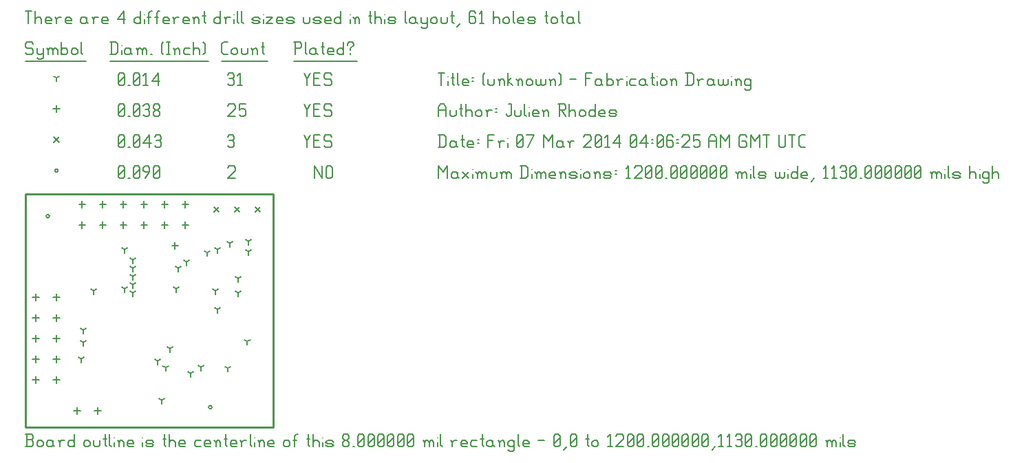
<source format=gbr>
G04 start of page 13 for group -3984 idx -3984 *
G04 Title: (unknown), fab *
G04 Creator: pcb 20110918 *
G04 CreationDate: Fri 07 Mar 2014 04:06:25 AM GMT UTC *
G04 For: julien *
G04 Format: Gerber/RS-274X *
G04 PCB-Dimensions: 120000 113000 *
G04 PCB-Coordinate-Origin: lower left *
%MOIN*%
%FSLAX25Y25*%
%LNFAB*%
%ADD137C,0.0100*%
%ADD136C,0.0075*%
%ADD135C,0.0060*%
%ADD134R,0.0080X0.0080*%
G54D134*X10027Y102173D02*G75*G03X11627Y102173I800J0D01*G01*
G75*G03X10027Y102173I-800J0D01*G01*
X88767Y9654D02*G75*G03X90367Y9654I800J0D01*G01*
G75*G03X88767Y9654I-800J0D01*G01*
X14200Y124250D02*G75*G03X15800Y124250I800J0D01*G01*
G75*G03X14200Y124250I-800J0D01*G01*
G54D135*X140000Y126500D02*Y120500D01*
Y126500D02*X143750Y120500D01*
Y126500D02*Y120500D01*
X145550Y125750D02*Y121250D01*
Y125750D02*X146300Y126500D01*
X147800D01*
X148550Y125750D01*
Y121250D01*
X147800Y120500D02*X148550Y121250D01*
X146300Y120500D02*X147800D01*
X145550Y121250D02*X146300Y120500D01*
X98000Y125750D02*X98750Y126500D01*
X101000D01*
X101750Y125750D01*
Y124250D01*
X98000Y120500D02*X101750Y124250D01*
X98000Y120500D02*X101750D01*
X45000Y121250D02*X45750Y120500D01*
X45000Y125750D02*Y121250D01*
Y125750D02*X45750Y126500D01*
X47250D01*
X48000Y125750D01*
Y121250D01*
X47250Y120500D02*X48000Y121250D01*
X45750Y120500D02*X47250D01*
X45000Y122000D02*X48000Y125000D01*
X49800Y120500D02*X50550D01*
X52350Y121250D02*X53100Y120500D01*
X52350Y125750D02*Y121250D01*
Y125750D02*X53100Y126500D01*
X54600D01*
X55350Y125750D01*
Y121250D01*
X54600Y120500D02*X55350Y121250D01*
X53100Y120500D02*X54600D01*
X52350Y122000D02*X55350Y125000D01*
X57900Y120500D02*X60150Y123500D01*
Y125750D02*Y123500D01*
X59400Y126500D02*X60150Y125750D01*
X57900Y126500D02*X59400D01*
X57150Y125750D02*X57900Y126500D01*
X57150Y125750D02*Y124250D01*
X57900Y123500D01*
X60150D01*
X61950Y121250D02*X62700Y120500D01*
X61950Y125750D02*Y121250D01*
Y125750D02*X62700Y126500D01*
X64200D01*
X64950Y125750D01*
Y121250D01*
X64200Y120500D02*X64950Y121250D01*
X62700Y120500D02*X64200D01*
X61950Y122000D02*X64950Y125000D01*
X91300Y106700D02*X93700Y104300D01*
X91300D02*X93700Y106700D01*
X101300D02*X103700Y104300D01*
X101300D02*X103700Y106700D01*
X111300D02*X113700Y104300D01*
X111300D02*X113700Y106700D01*
X13800Y140450D02*X16200Y138050D01*
X13800D02*X16200Y140450D01*
X135000Y141500D02*X136500Y138500D01*
X138000Y141500D01*
X136500Y138500D02*Y135500D01*
X139800Y138800D02*X142050D01*
X139800Y135500D02*X142800D01*
X139800Y141500D02*Y135500D01*
Y141500D02*X142800D01*
X147600D02*X148350Y140750D01*
X145350Y141500D02*X147600D01*
X144600Y140750D02*X145350Y141500D01*
X144600Y140750D02*Y139250D01*
X145350Y138500D01*
X147600D01*
X148350Y137750D01*
Y136250D01*
X147600Y135500D02*X148350Y136250D01*
X145350Y135500D02*X147600D01*
X144600Y136250D02*X145350Y135500D01*
X98000Y140750D02*X98750Y141500D01*
X100250D01*
X101000Y140750D01*
X100250Y135500D02*X101000Y136250D01*
X98750Y135500D02*X100250D01*
X98000Y136250D02*X98750Y135500D01*
Y138800D02*X100250D01*
X101000Y140750D02*Y139550D01*
Y138050D02*Y136250D01*
Y138050D02*X100250Y138800D01*
X101000Y139550D02*X100250Y138800D01*
X45000Y136250D02*X45750Y135500D01*
X45000Y140750D02*Y136250D01*
Y140750D02*X45750Y141500D01*
X47250D01*
X48000Y140750D01*
Y136250D01*
X47250Y135500D02*X48000Y136250D01*
X45750Y135500D02*X47250D01*
X45000Y137000D02*X48000Y140000D01*
X49800Y135500D02*X50550D01*
X52350Y136250D02*X53100Y135500D01*
X52350Y140750D02*Y136250D01*
Y140750D02*X53100Y141500D01*
X54600D01*
X55350Y140750D01*
Y136250D01*
X54600Y135500D02*X55350Y136250D01*
X53100Y135500D02*X54600D01*
X52350Y137000D02*X55350Y140000D01*
X57150Y137750D02*X60150Y141500D01*
X57150Y137750D02*X60900D01*
X60150Y141500D02*Y135500D01*
X62700Y140750D02*X63450Y141500D01*
X64950D01*
X65700Y140750D01*
X64950Y135500D02*X65700Y136250D01*
X63450Y135500D02*X64950D01*
X62700Y136250D02*X63450Y135500D01*
Y138800D02*X64950D01*
X65700Y140750D02*Y139550D01*
Y138050D02*Y136250D01*
Y138050D02*X64950Y138800D01*
X65700Y139550D02*X64950Y138800D01*
X5000Y64600D02*Y61400D01*
X3400Y63000D02*X6600D01*
X15000Y64600D02*Y61400D01*
X13400Y63000D02*X16600D01*
X5000Y54600D02*Y51400D01*
X3400Y53000D02*X6600D01*
X15000Y54600D02*Y51400D01*
X13400Y53000D02*X16600D01*
X5000Y44600D02*Y41400D01*
X3400Y43000D02*X6600D01*
X15000Y44600D02*Y41400D01*
X13400Y43000D02*X16600D01*
X5000Y34600D02*Y31400D01*
X3400Y33000D02*X6600D01*
X15000Y34600D02*Y31400D01*
X13400Y33000D02*X16600D01*
X5000Y24600D02*Y21400D01*
X3400Y23000D02*X6600D01*
X15000Y24600D02*Y21400D01*
X13400Y23000D02*X16600D01*
X27500Y99600D02*Y96400D01*
X25900Y98000D02*X29100D01*
X27500Y109600D02*Y106400D01*
X25900Y108000D02*X29100D01*
X37500Y99600D02*Y96400D01*
X35900Y98000D02*X39100D01*
X37500Y109600D02*Y106400D01*
X35900Y108000D02*X39100D01*
X47500Y99600D02*Y96400D01*
X45900Y98000D02*X49100D01*
X47500Y109600D02*Y106400D01*
X45900Y108000D02*X49100D01*
X57500Y99600D02*Y96400D01*
X55900Y98000D02*X59100D01*
X57500Y109600D02*Y106400D01*
X55900Y108000D02*X59100D01*
X67500Y99600D02*Y96400D01*
X65900Y98000D02*X69100D01*
X67500Y109600D02*Y106400D01*
X65900Y108000D02*X69100D01*
X77500Y99600D02*Y96400D01*
X75900Y98000D02*X79100D01*
X77500Y109600D02*Y106400D01*
X75900Y108000D02*X79100D01*
X72500Y89600D02*Y86400D01*
X70900Y88000D02*X74100D01*
X35000Y9600D02*Y6400D01*
X33400Y8000D02*X36600D01*
X25000Y9600D02*Y6400D01*
X23400Y8000D02*X26600D01*
X15000Y155850D02*Y152650D01*
X13400Y154250D02*X16600D01*
X135000Y156500D02*X136500Y153500D01*
X138000Y156500D01*
X136500Y153500D02*Y150500D01*
X139800Y153800D02*X142050D01*
X139800Y150500D02*X142800D01*
X139800Y156500D02*Y150500D01*
Y156500D02*X142800D01*
X147600D02*X148350Y155750D01*
X145350Y156500D02*X147600D01*
X144600Y155750D02*X145350Y156500D01*
X144600Y155750D02*Y154250D01*
X145350Y153500D01*
X147600D01*
X148350Y152750D01*
Y151250D01*
X147600Y150500D02*X148350Y151250D01*
X145350Y150500D02*X147600D01*
X144600Y151250D02*X145350Y150500D01*
X98000Y155750D02*X98750Y156500D01*
X101000D01*
X101750Y155750D01*
Y154250D01*
X98000Y150500D02*X101750Y154250D01*
X98000Y150500D02*X101750D01*
X103550Y156500D02*X106550D01*
X103550D02*Y153500D01*
X104300Y154250D01*
X105800D01*
X106550Y153500D01*
Y151250D01*
X105800Y150500D02*X106550Y151250D01*
X104300Y150500D02*X105800D01*
X103550Y151250D02*X104300Y150500D01*
X45000Y151250D02*X45750Y150500D01*
X45000Y155750D02*Y151250D01*
Y155750D02*X45750Y156500D01*
X47250D01*
X48000Y155750D01*
Y151250D01*
X47250Y150500D02*X48000Y151250D01*
X45750Y150500D02*X47250D01*
X45000Y152000D02*X48000Y155000D01*
X49800Y150500D02*X50550D01*
X52350Y151250D02*X53100Y150500D01*
X52350Y155750D02*Y151250D01*
Y155750D02*X53100Y156500D01*
X54600D01*
X55350Y155750D01*
Y151250D01*
X54600Y150500D02*X55350Y151250D01*
X53100Y150500D02*X54600D01*
X52350Y152000D02*X55350Y155000D01*
X57150Y155750D02*X57900Y156500D01*
X59400D01*
X60150Y155750D01*
X59400Y150500D02*X60150Y151250D01*
X57900Y150500D02*X59400D01*
X57150Y151250D02*X57900Y150500D01*
Y153800D02*X59400D01*
X60150Y155750D02*Y154550D01*
Y153050D02*Y151250D01*
Y153050D02*X59400Y153800D01*
X60150Y154550D02*X59400Y153800D01*
X61950Y151250D02*X62700Y150500D01*
X61950Y152450D02*Y151250D01*
Y152450D02*X63000Y153500D01*
X63900D01*
X64950Y152450D01*
Y151250D01*
X64200Y150500D02*X64950Y151250D01*
X62700Y150500D02*X64200D01*
X61950Y154550D02*X63000Y153500D01*
X61950Y155750D02*Y154550D01*
Y155750D02*X62700Y156500D01*
X64200D01*
X64950Y155750D01*
Y154550D01*
X63900Y153500D02*X64950Y154550D01*
X52000Y81000D02*Y79400D01*
Y81000D02*X53387Y81800D01*
X52000Y81000D02*X50613Y81800D01*
X52000Y65000D02*Y63400D01*
Y65000D02*X53387Y65800D01*
X52000Y65000D02*X50613Y65800D01*
X93000Y86000D02*Y84400D01*
Y86000D02*X94387Y86800D01*
X93000Y86000D02*X91613Y86800D01*
X88000Y84584D02*Y82984D01*
Y84584D02*X89387Y85384D01*
X88000Y84584D02*X86613Y85384D01*
X99000Y89000D02*Y87400D01*
Y89000D02*X100387Y89800D01*
X99000Y89000D02*X97613Y89800D01*
X108000Y90000D02*Y88400D01*
Y90000D02*X109387Y90800D01*
X108000Y90000D02*X106613Y90800D01*
X108000Y85000D02*Y83400D01*
Y85000D02*X109387Y85800D01*
X108000Y85000D02*X106613Y85800D01*
X103000Y72000D02*Y70400D01*
Y72000D02*X104387Y72800D01*
X103000Y72000D02*X101613Y72800D01*
X103000Y65000D02*Y63400D01*
Y65000D02*X104387Y65800D01*
X103000Y65000D02*X101613Y65800D01*
X92000Y66000D02*Y64400D01*
Y66000D02*X93387Y66800D01*
X92000Y66000D02*X90613Y66800D01*
X64000Y32000D02*Y30400D01*
Y32000D02*X65387Y32800D01*
X64000Y32000D02*X62613Y32800D01*
X67874Y28874D02*Y27274D01*
Y28874D02*X69261Y29674D01*
X67874Y28874D02*X66487Y29674D01*
X80000Y26000D02*Y24400D01*
Y26000D02*X81387Y26800D01*
X80000Y26000D02*X78613Y26800D01*
X85000Y29000D02*Y27400D01*
Y29000D02*X86387Y29800D01*
X85000Y29000D02*X83613Y29800D01*
X66000Y13000D02*Y11400D01*
Y13000D02*X67387Y13800D01*
X66000Y13000D02*X64613Y13800D01*
X28000Y47000D02*Y45400D01*
Y47000D02*X29387Y47800D01*
X28000Y47000D02*X26613Y47800D01*
X28000Y41000D02*Y39400D01*
Y41000D02*X29387Y41800D01*
X28000Y41000D02*X26613Y41800D01*
X27000Y33000D02*Y31400D01*
Y33000D02*X28387Y33800D01*
X27000Y33000D02*X25613Y33800D01*
X33000Y66000D02*Y64400D01*
Y66000D02*X34387Y66800D01*
X33000Y66000D02*X31613Y66800D01*
X70000Y38000D02*Y36400D01*
Y38000D02*X71387Y38800D01*
X70000Y38000D02*X68613Y38800D01*
X48000Y86000D02*Y84400D01*
Y86000D02*X49387Y86800D01*
X48000Y86000D02*X46613Y86800D01*
X48000Y67000D02*Y65400D01*
Y67000D02*X49387Y67800D01*
X48000Y67000D02*X46613Y67800D01*
X52000Y69000D02*Y67400D01*
Y69000D02*X53387Y69800D01*
X52000Y69000D02*X50613Y69800D01*
X52000Y73000D02*Y71400D01*
Y73000D02*X53387Y73800D01*
X52000Y73000D02*X50613Y73800D01*
X52000Y77000D02*Y75400D01*
Y77000D02*X53387Y77800D01*
X52000Y77000D02*X50613Y77800D01*
X98000Y28500D02*Y26900D01*
Y28500D02*X99387Y29300D01*
X98000Y28500D02*X96613Y29300D01*
X107500Y41500D02*Y39900D01*
Y41500D02*X108887Y42300D01*
X107500Y41500D02*X106113Y42300D01*
X93000Y57000D02*Y55400D01*
Y57000D02*X94387Y57800D01*
X93000Y57000D02*X91613Y57800D01*
X74000Y77000D02*Y75400D01*
Y77000D02*X75387Y77800D01*
X74000Y77000D02*X72613Y77800D01*
X78000Y80000D02*Y78400D01*
Y80000D02*X79387Y80800D01*
X78000Y80000D02*X76613Y80800D01*
X73000Y67000D02*Y65400D01*
Y67000D02*X74387Y67800D01*
X73000Y67000D02*X71613Y67800D01*
X15000Y169250D02*Y167650D01*
Y169250D02*X16387Y170050D01*
X15000Y169250D02*X13613Y170050D01*
X135000Y171500D02*X136500Y168500D01*
X138000Y171500D01*
X136500Y168500D02*Y165500D01*
X139800Y168800D02*X142050D01*
X139800Y165500D02*X142800D01*
X139800Y171500D02*Y165500D01*
Y171500D02*X142800D01*
X147600D02*X148350Y170750D01*
X145350Y171500D02*X147600D01*
X144600Y170750D02*X145350Y171500D01*
X144600Y170750D02*Y169250D01*
X145350Y168500D01*
X147600D01*
X148350Y167750D01*
Y166250D01*
X147600Y165500D02*X148350Y166250D01*
X145350Y165500D02*X147600D01*
X144600Y166250D02*X145350Y165500D01*
X98000Y170750D02*X98750Y171500D01*
X100250D01*
X101000Y170750D01*
X100250Y165500D02*X101000Y166250D01*
X98750Y165500D02*X100250D01*
X98000Y166250D02*X98750Y165500D01*
Y168800D02*X100250D01*
X101000Y170750D02*Y169550D01*
Y168050D02*Y166250D01*
Y168050D02*X100250Y168800D01*
X101000Y169550D02*X100250Y168800D01*
X102800Y170300D02*X104000Y171500D01*
Y165500D01*
X102800D02*X105050D01*
X45000Y166250D02*X45750Y165500D01*
X45000Y170750D02*Y166250D01*
Y170750D02*X45750Y171500D01*
X47250D01*
X48000Y170750D01*
Y166250D01*
X47250Y165500D02*X48000Y166250D01*
X45750Y165500D02*X47250D01*
X45000Y167000D02*X48000Y170000D01*
X49800Y165500D02*X50550D01*
X52350Y166250D02*X53100Y165500D01*
X52350Y170750D02*Y166250D01*
Y170750D02*X53100Y171500D01*
X54600D01*
X55350Y170750D01*
Y166250D01*
X54600Y165500D02*X55350Y166250D01*
X53100Y165500D02*X54600D01*
X52350Y167000D02*X55350Y170000D01*
X57150Y170300D02*X58350Y171500D01*
Y165500D01*
X57150D02*X59400D01*
X61200Y167750D02*X64200Y171500D01*
X61200Y167750D02*X64950D01*
X64200Y171500D02*Y165500D01*
X3000Y186500D02*X3750Y185750D01*
X750Y186500D02*X3000D01*
X0Y185750D02*X750Y186500D01*
X0Y185750D02*Y184250D01*
X750Y183500D01*
X3000D01*
X3750Y182750D01*
Y181250D01*
X3000Y180500D02*X3750Y181250D01*
X750Y180500D02*X3000D01*
X0Y181250D02*X750Y180500D01*
X5550Y183500D02*Y181250D01*
X6300Y180500D01*
X8550Y183500D02*Y179000D01*
X7800Y178250D02*X8550Y179000D01*
X6300Y178250D02*X7800D01*
X5550Y179000D02*X6300Y178250D01*
Y180500D02*X7800D01*
X8550Y181250D01*
X11100Y182750D02*Y180500D01*
Y182750D02*X11850Y183500D01*
X12600D01*
X13350Y182750D01*
Y180500D01*
Y182750D02*X14100Y183500D01*
X14850D01*
X15600Y182750D01*
Y180500D01*
X10350Y183500D02*X11100Y182750D01*
X17400Y186500D02*Y180500D01*
Y181250D02*X18150Y180500D01*
X19650D01*
X20400Y181250D01*
Y182750D02*Y181250D01*
X19650Y183500D02*X20400Y182750D01*
X18150Y183500D02*X19650D01*
X17400Y182750D02*X18150Y183500D01*
X22200Y182750D02*Y181250D01*
Y182750D02*X22950Y183500D01*
X24450D01*
X25200Y182750D01*
Y181250D01*
X24450Y180500D02*X25200Y181250D01*
X22950Y180500D02*X24450D01*
X22200Y181250D02*X22950Y180500D01*
X27000Y186500D02*Y181250D01*
X27750Y180500D01*
X0Y177250D02*X29250D01*
X41750Y186500D02*Y180500D01*
X43700Y186500D02*X44750Y185450D01*
Y181550D01*
X43700Y180500D02*X44750Y181550D01*
X41000Y180500D02*X43700D01*
X41000Y186500D02*X43700D01*
G54D136*X46550Y185000D02*Y184850D01*
G54D135*Y182750D02*Y180500D01*
X50300Y183500D02*X51050Y182750D01*
X48800Y183500D02*X50300D01*
X48050Y182750D02*X48800Y183500D01*
X48050Y182750D02*Y181250D01*
X48800Y180500D01*
X51050Y183500D02*Y181250D01*
X51800Y180500D01*
X48800D02*X50300D01*
X51050Y181250D01*
X54350Y182750D02*Y180500D01*
Y182750D02*X55100Y183500D01*
X55850D01*
X56600Y182750D01*
Y180500D01*
Y182750D02*X57350Y183500D01*
X58100D01*
X58850Y182750D01*
Y180500D01*
X53600Y183500D02*X54350Y182750D01*
X60650Y180500D02*X61400D01*
X65900Y181250D02*X66650Y180500D01*
X65900Y185750D02*X66650Y186500D01*
X65900Y185750D02*Y181250D01*
X68450Y186500D02*X69950D01*
X69200D02*Y180500D01*
X68450D02*X69950D01*
X72500Y182750D02*Y180500D01*
Y182750D02*X73250Y183500D01*
X74000D01*
X74750Y182750D01*
Y180500D01*
X71750Y183500D02*X72500Y182750D01*
X77300Y183500D02*X79550D01*
X76550Y182750D02*X77300Y183500D01*
X76550Y182750D02*Y181250D01*
X77300Y180500D01*
X79550D01*
X81350Y186500D02*Y180500D01*
Y182750D02*X82100Y183500D01*
X83600D01*
X84350Y182750D01*
Y180500D01*
X86150Y186500D02*X86900Y185750D01*
Y181250D01*
X86150Y180500D02*X86900Y181250D01*
X41000Y177250D02*X88700D01*
X96050Y180500D02*X98000D01*
X95000Y181550D02*X96050Y180500D01*
X95000Y185450D02*Y181550D01*
Y185450D02*X96050Y186500D01*
X98000D01*
X99800Y182750D02*Y181250D01*
Y182750D02*X100550Y183500D01*
X102050D01*
X102800Y182750D01*
Y181250D01*
X102050Y180500D02*X102800Y181250D01*
X100550Y180500D02*X102050D01*
X99800Y181250D02*X100550Y180500D01*
X104600Y183500D02*Y181250D01*
X105350Y180500D01*
X106850D01*
X107600Y181250D01*
Y183500D02*Y181250D01*
X110150Y182750D02*Y180500D01*
Y182750D02*X110900Y183500D01*
X111650D01*
X112400Y182750D01*
Y180500D01*
X109400Y183500D02*X110150Y182750D01*
X114950Y186500D02*Y181250D01*
X115700Y180500D01*
X114200Y184250D02*X115700D01*
X95000Y177250D02*X117200D01*
X130750Y186500D02*Y180500D01*
X130000Y186500D02*X133000D01*
X133750Y185750D01*
Y184250D01*
X133000Y183500D02*X133750Y184250D01*
X130750Y183500D02*X133000D01*
X135550Y186500D02*Y181250D01*
X136300Y180500D01*
X140050Y183500D02*X140800Y182750D01*
X138550Y183500D02*X140050D01*
X137800Y182750D02*X138550Y183500D01*
X137800Y182750D02*Y181250D01*
X138550Y180500D01*
X140800Y183500D02*Y181250D01*
X141550Y180500D01*
X138550D02*X140050D01*
X140800Y181250D01*
X144100Y186500D02*Y181250D01*
X144850Y180500D01*
X143350Y184250D02*X144850D01*
X147100Y180500D02*X149350D01*
X146350Y181250D02*X147100Y180500D01*
X146350Y182750D02*Y181250D01*
Y182750D02*X147100Y183500D01*
X148600D01*
X149350Y182750D01*
X146350Y182000D02*X149350D01*
Y182750D02*Y182000D01*
X154150Y186500D02*Y180500D01*
X153400D02*X154150Y181250D01*
X151900Y180500D02*X153400D01*
X151150Y181250D02*X151900Y180500D01*
X151150Y182750D02*Y181250D01*
Y182750D02*X151900Y183500D01*
X153400D01*
X154150Y182750D01*
X157450Y183500D02*Y182750D01*
Y181250D02*Y180500D01*
X155950Y185750D02*Y185000D01*
Y185750D02*X156700Y186500D01*
X158200D01*
X158950Y185750D01*
Y185000D01*
X157450Y183500D02*X158950Y185000D01*
X130000Y177250D02*X160750D01*
X0Y201500D02*X3000D01*
X1500D02*Y195500D01*
X4800Y201500D02*Y195500D01*
Y197750D02*X5550Y198500D01*
X7050D01*
X7800Y197750D01*
Y195500D01*
X10350D02*X12600D01*
X9600Y196250D02*X10350Y195500D01*
X9600Y197750D02*Y196250D01*
Y197750D02*X10350Y198500D01*
X11850D01*
X12600Y197750D01*
X9600Y197000D02*X12600D01*
Y197750D02*Y197000D01*
X15150Y197750D02*Y195500D01*
Y197750D02*X15900Y198500D01*
X17400D01*
X14400D02*X15150Y197750D01*
X19950Y195500D02*X22200D01*
X19200Y196250D02*X19950Y195500D01*
X19200Y197750D02*Y196250D01*
Y197750D02*X19950Y198500D01*
X21450D01*
X22200Y197750D01*
X19200Y197000D02*X22200D01*
Y197750D02*Y197000D01*
X28950Y198500D02*X29700Y197750D01*
X27450Y198500D02*X28950D01*
X26700Y197750D02*X27450Y198500D01*
X26700Y197750D02*Y196250D01*
X27450Y195500D01*
X29700Y198500D02*Y196250D01*
X30450Y195500D01*
X27450D02*X28950D01*
X29700Y196250D01*
X33000Y197750D02*Y195500D01*
Y197750D02*X33750Y198500D01*
X35250D01*
X32250D02*X33000Y197750D01*
X37800Y195500D02*X40050D01*
X37050Y196250D02*X37800Y195500D01*
X37050Y197750D02*Y196250D01*
Y197750D02*X37800Y198500D01*
X39300D01*
X40050Y197750D01*
X37050Y197000D02*X40050D01*
Y197750D02*Y197000D01*
X44550Y197750D02*X47550Y201500D01*
X44550Y197750D02*X48300D01*
X47550Y201500D02*Y195500D01*
X55800Y201500D02*Y195500D01*
X55050D02*X55800Y196250D01*
X53550Y195500D02*X55050D01*
X52800Y196250D02*X53550Y195500D01*
X52800Y197750D02*Y196250D01*
Y197750D02*X53550Y198500D01*
X55050D01*
X55800Y197750D01*
G54D136*X57600Y200000D02*Y199850D01*
G54D135*Y197750D02*Y195500D01*
X59850Y200750D02*Y195500D01*
Y200750D02*X60600Y201500D01*
X61350D01*
X59100Y198500D02*X60600D01*
X63600Y200750D02*Y195500D01*
Y200750D02*X64350Y201500D01*
X65100D01*
X62850Y198500D02*X64350D01*
X67350Y195500D02*X69600D01*
X66600Y196250D02*X67350Y195500D01*
X66600Y197750D02*Y196250D01*
Y197750D02*X67350Y198500D01*
X68850D01*
X69600Y197750D01*
X66600Y197000D02*X69600D01*
Y197750D02*Y197000D01*
X72150Y197750D02*Y195500D01*
Y197750D02*X72900Y198500D01*
X74400D01*
X71400D02*X72150Y197750D01*
X76950Y195500D02*X79200D01*
X76200Y196250D02*X76950Y195500D01*
X76200Y197750D02*Y196250D01*
Y197750D02*X76950Y198500D01*
X78450D01*
X79200Y197750D01*
X76200Y197000D02*X79200D01*
Y197750D02*Y197000D01*
X81750Y197750D02*Y195500D01*
Y197750D02*X82500Y198500D01*
X83250D01*
X84000Y197750D01*
Y195500D01*
X81000Y198500D02*X81750Y197750D01*
X86550Y201500D02*Y196250D01*
X87300Y195500D01*
X85800Y199250D02*X87300D01*
X94500Y201500D02*Y195500D01*
X93750D02*X94500Y196250D01*
X92250Y195500D02*X93750D01*
X91500Y196250D02*X92250Y195500D01*
X91500Y197750D02*Y196250D01*
Y197750D02*X92250Y198500D01*
X93750D01*
X94500Y197750D01*
X97050D02*Y195500D01*
Y197750D02*X97800Y198500D01*
X99300D01*
X96300D02*X97050Y197750D01*
G54D136*X101100Y200000D02*Y199850D01*
G54D135*Y197750D02*Y195500D01*
X102600Y201500D02*Y196250D01*
X103350Y195500D01*
X104850Y201500D02*Y196250D01*
X105600Y195500D01*
X110550D02*X112800D01*
X113550Y196250D01*
X112800Y197000D02*X113550Y196250D01*
X110550Y197000D02*X112800D01*
X109800Y197750D02*X110550Y197000D01*
X109800Y197750D02*X110550Y198500D01*
X112800D01*
X113550Y197750D01*
X109800Y196250D02*X110550Y195500D01*
G54D136*X115350Y200000D02*Y199850D01*
G54D135*Y197750D02*Y195500D01*
X116850Y198500D02*X119850D01*
X116850Y195500D02*X119850Y198500D01*
X116850Y195500D02*X119850D01*
X122400D02*X124650D01*
X121650Y196250D02*X122400Y195500D01*
X121650Y197750D02*Y196250D01*
Y197750D02*X122400Y198500D01*
X123900D01*
X124650Y197750D01*
X121650Y197000D02*X124650D01*
Y197750D02*Y197000D01*
X127200Y195500D02*X129450D01*
X130200Y196250D01*
X129450Y197000D02*X130200Y196250D01*
X127200Y197000D02*X129450D01*
X126450Y197750D02*X127200Y197000D01*
X126450Y197750D02*X127200Y198500D01*
X129450D01*
X130200Y197750D01*
X126450Y196250D02*X127200Y195500D01*
X134700Y198500D02*Y196250D01*
X135450Y195500D01*
X136950D01*
X137700Y196250D01*
Y198500D02*Y196250D01*
X140250Y195500D02*X142500D01*
X143250Y196250D01*
X142500Y197000D02*X143250Y196250D01*
X140250Y197000D02*X142500D01*
X139500Y197750D02*X140250Y197000D01*
X139500Y197750D02*X140250Y198500D01*
X142500D01*
X143250Y197750D01*
X139500Y196250D02*X140250Y195500D01*
X145800D02*X148050D01*
X145050Y196250D02*X145800Y195500D01*
X145050Y197750D02*Y196250D01*
Y197750D02*X145800Y198500D01*
X147300D01*
X148050Y197750D01*
X145050Y197000D02*X148050D01*
Y197750D02*Y197000D01*
X152850Y201500D02*Y195500D01*
X152100D02*X152850Y196250D01*
X150600Y195500D02*X152100D01*
X149850Y196250D02*X150600Y195500D01*
X149850Y197750D02*Y196250D01*
Y197750D02*X150600Y198500D01*
X152100D01*
X152850Y197750D01*
G54D136*X157350Y200000D02*Y199850D01*
G54D135*Y197750D02*Y195500D01*
X159600Y197750D02*Y195500D01*
Y197750D02*X160350Y198500D01*
X161100D01*
X161850Y197750D01*
Y195500D01*
X158850Y198500D02*X159600Y197750D01*
X167100Y201500D02*Y196250D01*
X167850Y195500D01*
X166350Y199250D02*X167850D01*
X169350Y201500D02*Y195500D01*
Y197750D02*X170100Y198500D01*
X171600D01*
X172350Y197750D01*
Y195500D01*
G54D136*X174150Y200000D02*Y199850D01*
G54D135*Y197750D02*Y195500D01*
X176400D02*X178650D01*
X179400Y196250D01*
X178650Y197000D02*X179400Y196250D01*
X176400Y197000D02*X178650D01*
X175650Y197750D02*X176400Y197000D01*
X175650Y197750D02*X176400Y198500D01*
X178650D01*
X179400Y197750D01*
X175650Y196250D02*X176400Y195500D01*
X183900Y201500D02*Y196250D01*
X184650Y195500D01*
X188400Y198500D02*X189150Y197750D01*
X186900Y198500D02*X188400D01*
X186150Y197750D02*X186900Y198500D01*
X186150Y197750D02*Y196250D01*
X186900Y195500D01*
X189150Y198500D02*Y196250D01*
X189900Y195500D01*
X186900D02*X188400D01*
X189150Y196250D01*
X191700Y198500D02*Y196250D01*
X192450Y195500D01*
X194700Y198500D02*Y194000D01*
X193950Y193250D02*X194700Y194000D01*
X192450Y193250D02*X193950D01*
X191700Y194000D02*X192450Y193250D01*
Y195500D02*X193950D01*
X194700Y196250D01*
X196500Y197750D02*Y196250D01*
Y197750D02*X197250Y198500D01*
X198750D01*
X199500Y197750D01*
Y196250D01*
X198750Y195500D02*X199500Y196250D01*
X197250Y195500D02*X198750D01*
X196500Y196250D02*X197250Y195500D01*
X201300Y198500D02*Y196250D01*
X202050Y195500D01*
X203550D01*
X204300Y196250D01*
Y198500D02*Y196250D01*
X206850Y201500D02*Y196250D01*
X207600Y195500D01*
X206100Y199250D02*X207600D01*
X209100Y194000D02*X210600Y195500D01*
X217350Y201500D02*X218100Y200750D01*
X215850Y201500D02*X217350D01*
X215100Y200750D02*X215850Y201500D01*
X215100Y200750D02*Y196250D01*
X215850Y195500D01*
X217350Y198800D02*X218100Y198050D01*
X215100Y198800D02*X217350D01*
X215850Y195500D02*X217350D01*
X218100Y196250D01*
Y198050D02*Y196250D01*
X219900Y200300D02*X221100Y201500D01*
Y195500D01*
X219900D02*X222150D01*
X226650Y201500D02*Y195500D01*
Y197750D02*X227400Y198500D01*
X228900D01*
X229650Y197750D01*
Y195500D01*
X231450Y197750D02*Y196250D01*
Y197750D02*X232200Y198500D01*
X233700D01*
X234450Y197750D01*
Y196250D01*
X233700Y195500D02*X234450Y196250D01*
X232200Y195500D02*X233700D01*
X231450Y196250D02*X232200Y195500D01*
X236250Y201500D02*Y196250D01*
X237000Y195500D01*
X239250D02*X241500D01*
X238500Y196250D02*X239250Y195500D01*
X238500Y197750D02*Y196250D01*
Y197750D02*X239250Y198500D01*
X240750D01*
X241500Y197750D01*
X238500Y197000D02*X241500D01*
Y197750D02*Y197000D01*
X244050Y195500D02*X246300D01*
X247050Y196250D01*
X246300Y197000D02*X247050Y196250D01*
X244050Y197000D02*X246300D01*
X243300Y197750D02*X244050Y197000D01*
X243300Y197750D02*X244050Y198500D01*
X246300D01*
X247050Y197750D01*
X243300Y196250D02*X244050Y195500D01*
X252300Y201500D02*Y196250D01*
X253050Y195500D01*
X251550Y199250D02*X253050D01*
X254550Y197750D02*Y196250D01*
Y197750D02*X255300Y198500D01*
X256800D01*
X257550Y197750D01*
Y196250D01*
X256800Y195500D02*X257550Y196250D01*
X255300Y195500D02*X256800D01*
X254550Y196250D02*X255300Y195500D01*
X260100Y201500D02*Y196250D01*
X260850Y195500D01*
X259350Y199250D02*X260850D01*
X264600Y198500D02*X265350Y197750D01*
X263100Y198500D02*X264600D01*
X262350Y197750D02*X263100Y198500D01*
X262350Y197750D02*Y196250D01*
X263100Y195500D01*
X265350Y198500D02*Y196250D01*
X266100Y195500D01*
X263100D02*X264600D01*
X265350Y196250D01*
X267900Y201500D02*Y196250D01*
X268650Y195500D01*
G54D137*X0Y113000D02*X120000D01*
X0D02*Y0D01*
X120000Y113000D02*Y0D01*
X0D02*X120000D01*
G54D135*X200000Y126500D02*Y120500D01*
Y126500D02*X202250Y123500D01*
X204500Y126500D01*
Y120500D01*
X208550Y123500D02*X209300Y122750D01*
X207050Y123500D02*X208550D01*
X206300Y122750D02*X207050Y123500D01*
X206300Y122750D02*Y121250D01*
X207050Y120500D01*
X209300Y123500D02*Y121250D01*
X210050Y120500D01*
X207050D02*X208550D01*
X209300Y121250D01*
X211850Y123500D02*X214850Y120500D01*
X211850D02*X214850Y123500D01*
G54D136*X216650Y125000D02*Y124850D01*
G54D135*Y122750D02*Y120500D01*
X218900Y122750D02*Y120500D01*
Y122750D02*X219650Y123500D01*
X220400D01*
X221150Y122750D01*
Y120500D01*
Y122750D02*X221900Y123500D01*
X222650D01*
X223400Y122750D01*
Y120500D01*
X218150Y123500D02*X218900Y122750D01*
X225200Y123500D02*Y121250D01*
X225950Y120500D01*
X227450D01*
X228200Y121250D01*
Y123500D02*Y121250D01*
X230750Y122750D02*Y120500D01*
Y122750D02*X231500Y123500D01*
X232250D01*
X233000Y122750D01*
Y120500D01*
Y122750D02*X233750Y123500D01*
X234500D01*
X235250Y122750D01*
Y120500D01*
X230000Y123500D02*X230750Y122750D01*
X240500Y126500D02*Y120500D01*
X242450Y126500D02*X243500Y125450D01*
Y121550D01*
X242450Y120500D02*X243500Y121550D01*
X239750Y120500D02*X242450D01*
X239750Y126500D02*X242450D01*
G54D136*X245300Y125000D02*Y124850D01*
G54D135*Y122750D02*Y120500D01*
X247550Y122750D02*Y120500D01*
Y122750D02*X248300Y123500D01*
X249050D01*
X249800Y122750D01*
Y120500D01*
Y122750D02*X250550Y123500D01*
X251300D01*
X252050Y122750D01*
Y120500D01*
X246800Y123500D02*X247550Y122750D01*
X254600Y120500D02*X256850D01*
X253850Y121250D02*X254600Y120500D01*
X253850Y122750D02*Y121250D01*
Y122750D02*X254600Y123500D01*
X256100D01*
X256850Y122750D01*
X253850Y122000D02*X256850D01*
Y122750D02*Y122000D01*
X259400Y122750D02*Y120500D01*
Y122750D02*X260150Y123500D01*
X260900D01*
X261650Y122750D01*
Y120500D01*
X258650Y123500D02*X259400Y122750D01*
X264200Y120500D02*X266450D01*
X267200Y121250D01*
X266450Y122000D02*X267200Y121250D01*
X264200Y122000D02*X266450D01*
X263450Y122750D02*X264200Y122000D01*
X263450Y122750D02*X264200Y123500D01*
X266450D01*
X267200Y122750D01*
X263450Y121250D02*X264200Y120500D01*
G54D136*X269000Y125000D02*Y124850D01*
G54D135*Y122750D02*Y120500D01*
X270500Y122750D02*Y121250D01*
Y122750D02*X271250Y123500D01*
X272750D01*
X273500Y122750D01*
Y121250D01*
X272750Y120500D02*X273500Y121250D01*
X271250Y120500D02*X272750D01*
X270500Y121250D02*X271250Y120500D01*
X276050Y122750D02*Y120500D01*
Y122750D02*X276800Y123500D01*
X277550D01*
X278300Y122750D01*
Y120500D01*
X275300Y123500D02*X276050Y122750D01*
X280850Y120500D02*X283100D01*
X283850Y121250D01*
X283100Y122000D02*X283850Y121250D01*
X280850Y122000D02*X283100D01*
X280100Y122750D02*X280850Y122000D01*
X280100Y122750D02*X280850Y123500D01*
X283100D01*
X283850Y122750D01*
X280100Y121250D02*X280850Y120500D01*
X285650Y124250D02*X286400D01*
X285650Y122750D02*X286400D01*
X290900Y125300D02*X292100Y126500D01*
Y120500D01*
X290900D02*X293150D01*
X294950Y125750D02*X295700Y126500D01*
X297950D01*
X298700Y125750D01*
Y124250D01*
X294950Y120500D02*X298700Y124250D01*
X294950Y120500D02*X298700D01*
X300500Y121250D02*X301250Y120500D01*
X300500Y125750D02*Y121250D01*
Y125750D02*X301250Y126500D01*
X302750D01*
X303500Y125750D01*
Y121250D01*
X302750Y120500D02*X303500Y121250D01*
X301250Y120500D02*X302750D01*
X300500Y122000D02*X303500Y125000D01*
X305300Y121250D02*X306050Y120500D01*
X305300Y125750D02*Y121250D01*
Y125750D02*X306050Y126500D01*
X307550D01*
X308300Y125750D01*
Y121250D01*
X307550Y120500D02*X308300Y121250D01*
X306050Y120500D02*X307550D01*
X305300Y122000D02*X308300Y125000D01*
X310100Y120500D02*X310850D01*
X312650Y121250D02*X313400Y120500D01*
X312650Y125750D02*Y121250D01*
Y125750D02*X313400Y126500D01*
X314900D01*
X315650Y125750D01*
Y121250D01*
X314900Y120500D02*X315650Y121250D01*
X313400Y120500D02*X314900D01*
X312650Y122000D02*X315650Y125000D01*
X317450Y121250D02*X318200Y120500D01*
X317450Y125750D02*Y121250D01*
Y125750D02*X318200Y126500D01*
X319700D01*
X320450Y125750D01*
Y121250D01*
X319700Y120500D02*X320450Y121250D01*
X318200Y120500D02*X319700D01*
X317450Y122000D02*X320450Y125000D01*
X322250Y121250D02*X323000Y120500D01*
X322250Y125750D02*Y121250D01*
Y125750D02*X323000Y126500D01*
X324500D01*
X325250Y125750D01*
Y121250D01*
X324500Y120500D02*X325250Y121250D01*
X323000Y120500D02*X324500D01*
X322250Y122000D02*X325250Y125000D01*
X327050Y121250D02*X327800Y120500D01*
X327050Y125750D02*Y121250D01*
Y125750D02*X327800Y126500D01*
X329300D01*
X330050Y125750D01*
Y121250D01*
X329300Y120500D02*X330050Y121250D01*
X327800Y120500D02*X329300D01*
X327050Y122000D02*X330050Y125000D01*
X331850Y121250D02*X332600Y120500D01*
X331850Y125750D02*Y121250D01*
Y125750D02*X332600Y126500D01*
X334100D01*
X334850Y125750D01*
Y121250D01*
X334100Y120500D02*X334850Y121250D01*
X332600Y120500D02*X334100D01*
X331850Y122000D02*X334850Y125000D01*
X336650Y121250D02*X337400Y120500D01*
X336650Y125750D02*Y121250D01*
Y125750D02*X337400Y126500D01*
X338900D01*
X339650Y125750D01*
Y121250D01*
X338900Y120500D02*X339650Y121250D01*
X337400Y120500D02*X338900D01*
X336650Y122000D02*X339650Y125000D01*
X344900Y122750D02*Y120500D01*
Y122750D02*X345650Y123500D01*
X346400D01*
X347150Y122750D01*
Y120500D01*
Y122750D02*X347900Y123500D01*
X348650D01*
X349400Y122750D01*
Y120500D01*
X344150Y123500D02*X344900Y122750D01*
G54D136*X351200Y125000D02*Y124850D01*
G54D135*Y122750D02*Y120500D01*
X352700Y126500D02*Y121250D01*
X353450Y120500D01*
X355700D02*X357950D01*
X358700Y121250D01*
X357950Y122000D02*X358700Y121250D01*
X355700Y122000D02*X357950D01*
X354950Y122750D02*X355700Y122000D01*
X354950Y122750D02*X355700Y123500D01*
X357950D01*
X358700Y122750D01*
X354950Y121250D02*X355700Y120500D01*
X363200Y123500D02*Y121250D01*
X363950Y120500D01*
X364700D01*
X365450Y121250D01*
Y123500D02*Y121250D01*
X366200Y120500D01*
X366950D01*
X367700Y121250D01*
Y123500D02*Y121250D01*
G54D136*X369500Y125000D02*Y124850D01*
G54D135*Y122750D02*Y120500D01*
X374000Y126500D02*Y120500D01*
X373250D02*X374000Y121250D01*
X371750Y120500D02*X373250D01*
X371000Y121250D02*X371750Y120500D01*
X371000Y122750D02*Y121250D01*
Y122750D02*X371750Y123500D01*
X373250D01*
X374000Y122750D01*
X376550Y120500D02*X378800D01*
X375800Y121250D02*X376550Y120500D01*
X375800Y122750D02*Y121250D01*
Y122750D02*X376550Y123500D01*
X378050D01*
X378800Y122750D01*
X375800Y122000D02*X378800D01*
Y122750D02*Y122000D01*
X380600Y119000D02*X382100Y120500D01*
X386600Y125300D02*X387800Y126500D01*
Y120500D01*
X386600D02*X388850D01*
X390650Y125300D02*X391850Y126500D01*
Y120500D01*
X390650D02*X392900D01*
X394700Y125750D02*X395450Y126500D01*
X396950D01*
X397700Y125750D01*
X396950Y120500D02*X397700Y121250D01*
X395450Y120500D02*X396950D01*
X394700Y121250D02*X395450Y120500D01*
Y123800D02*X396950D01*
X397700Y125750D02*Y124550D01*
Y123050D02*Y121250D01*
Y123050D02*X396950Y123800D01*
X397700Y124550D02*X396950Y123800D01*
X399500Y121250D02*X400250Y120500D01*
X399500Y125750D02*Y121250D01*
Y125750D02*X400250Y126500D01*
X401750D01*
X402500Y125750D01*
Y121250D01*
X401750Y120500D02*X402500Y121250D01*
X400250Y120500D02*X401750D01*
X399500Y122000D02*X402500Y125000D01*
X404300Y120500D02*X405050D01*
X406850Y121250D02*X407600Y120500D01*
X406850Y125750D02*Y121250D01*
Y125750D02*X407600Y126500D01*
X409100D01*
X409850Y125750D01*
Y121250D01*
X409100Y120500D02*X409850Y121250D01*
X407600Y120500D02*X409100D01*
X406850Y122000D02*X409850Y125000D01*
X411650Y121250D02*X412400Y120500D01*
X411650Y125750D02*Y121250D01*
Y125750D02*X412400Y126500D01*
X413900D01*
X414650Y125750D01*
Y121250D01*
X413900Y120500D02*X414650Y121250D01*
X412400Y120500D02*X413900D01*
X411650Y122000D02*X414650Y125000D01*
X416450Y121250D02*X417200Y120500D01*
X416450Y125750D02*Y121250D01*
Y125750D02*X417200Y126500D01*
X418700D01*
X419450Y125750D01*
Y121250D01*
X418700Y120500D02*X419450Y121250D01*
X417200Y120500D02*X418700D01*
X416450Y122000D02*X419450Y125000D01*
X421250Y121250D02*X422000Y120500D01*
X421250Y125750D02*Y121250D01*
Y125750D02*X422000Y126500D01*
X423500D01*
X424250Y125750D01*
Y121250D01*
X423500Y120500D02*X424250Y121250D01*
X422000Y120500D02*X423500D01*
X421250Y122000D02*X424250Y125000D01*
X426050Y121250D02*X426800Y120500D01*
X426050Y125750D02*Y121250D01*
Y125750D02*X426800Y126500D01*
X428300D01*
X429050Y125750D01*
Y121250D01*
X428300Y120500D02*X429050Y121250D01*
X426800Y120500D02*X428300D01*
X426050Y122000D02*X429050Y125000D01*
X430850Y121250D02*X431600Y120500D01*
X430850Y125750D02*Y121250D01*
Y125750D02*X431600Y126500D01*
X433100D01*
X433850Y125750D01*
Y121250D01*
X433100Y120500D02*X433850Y121250D01*
X431600Y120500D02*X433100D01*
X430850Y122000D02*X433850Y125000D01*
X439100Y122750D02*Y120500D01*
Y122750D02*X439850Y123500D01*
X440600D01*
X441350Y122750D01*
Y120500D01*
Y122750D02*X442100Y123500D01*
X442850D01*
X443600Y122750D01*
Y120500D01*
X438350Y123500D02*X439100Y122750D01*
G54D136*X445400Y125000D02*Y124850D01*
G54D135*Y122750D02*Y120500D01*
X446900Y126500D02*Y121250D01*
X447650Y120500D01*
X449900D02*X452150D01*
X452900Y121250D01*
X452150Y122000D02*X452900Y121250D01*
X449900Y122000D02*X452150D01*
X449150Y122750D02*X449900Y122000D01*
X449150Y122750D02*X449900Y123500D01*
X452150D01*
X452900Y122750D01*
X449150Y121250D02*X449900Y120500D01*
X457400Y126500D02*Y120500D01*
Y122750D02*X458150Y123500D01*
X459650D01*
X460400Y122750D01*
Y120500D01*
G54D136*X462200Y125000D02*Y124850D01*
G54D135*Y122750D02*Y120500D01*
X465950Y123500D02*X466700Y122750D01*
X464450Y123500D02*X465950D01*
X463700Y122750D02*X464450Y123500D01*
X463700Y122750D02*Y121250D01*
X464450Y120500D01*
X465950D01*
X466700Y121250D01*
X463700Y119000D02*X464450Y118250D01*
X465950D01*
X466700Y119000D01*
Y123500D02*Y119000D01*
X468500Y126500D02*Y120500D01*
Y122750D02*X469250Y123500D01*
X470750D01*
X471500Y122750D01*
Y120500D01*
X0Y-9500D02*X3000D01*
X3750Y-8750D01*
Y-6950D02*Y-8750D01*
X3000Y-6200D02*X3750Y-6950D01*
X750Y-6200D02*X3000D01*
X750Y-3500D02*Y-9500D01*
X0Y-3500D02*X3000D01*
X3750Y-4250D01*
Y-5450D01*
X3000Y-6200D02*X3750Y-5450D01*
X5550Y-7250D02*Y-8750D01*
Y-7250D02*X6300Y-6500D01*
X7800D01*
X8550Y-7250D01*
Y-8750D01*
X7800Y-9500D02*X8550Y-8750D01*
X6300Y-9500D02*X7800D01*
X5550Y-8750D02*X6300Y-9500D01*
X12600Y-6500D02*X13350Y-7250D01*
X11100Y-6500D02*X12600D01*
X10350Y-7250D02*X11100Y-6500D01*
X10350Y-7250D02*Y-8750D01*
X11100Y-9500D01*
X13350Y-6500D02*Y-8750D01*
X14100Y-9500D01*
X11100D02*X12600D01*
X13350Y-8750D01*
X16650Y-7250D02*Y-9500D01*
Y-7250D02*X17400Y-6500D01*
X18900D01*
X15900D02*X16650Y-7250D01*
X23700Y-3500D02*Y-9500D01*
X22950D02*X23700Y-8750D01*
X21450Y-9500D02*X22950D01*
X20700Y-8750D02*X21450Y-9500D01*
X20700Y-7250D02*Y-8750D01*
Y-7250D02*X21450Y-6500D01*
X22950D01*
X23700Y-7250D01*
X28200D02*Y-8750D01*
Y-7250D02*X28950Y-6500D01*
X30450D01*
X31200Y-7250D01*
Y-8750D01*
X30450Y-9500D02*X31200Y-8750D01*
X28950Y-9500D02*X30450D01*
X28200Y-8750D02*X28950Y-9500D01*
X33000Y-6500D02*Y-8750D01*
X33750Y-9500D01*
X35250D01*
X36000Y-8750D01*
Y-6500D02*Y-8750D01*
X38550Y-3500D02*Y-8750D01*
X39300Y-9500D01*
X37800Y-5750D02*X39300D01*
X40800Y-3500D02*Y-8750D01*
X41550Y-9500D01*
G54D136*X43050Y-5000D02*Y-5150D01*
G54D135*Y-7250D02*Y-9500D01*
X45300Y-7250D02*Y-9500D01*
Y-7250D02*X46050Y-6500D01*
X46800D01*
X47550Y-7250D01*
Y-9500D01*
X44550Y-6500D02*X45300Y-7250D01*
X50100Y-9500D02*X52350D01*
X49350Y-8750D02*X50100Y-9500D01*
X49350Y-7250D02*Y-8750D01*
Y-7250D02*X50100Y-6500D01*
X51600D01*
X52350Y-7250D01*
X49350Y-8000D02*X52350D01*
Y-7250D02*Y-8000D01*
G54D136*X56850Y-5000D02*Y-5150D01*
G54D135*Y-7250D02*Y-9500D01*
X59100D02*X61350D01*
X62100Y-8750D01*
X61350Y-8000D02*X62100Y-8750D01*
X59100Y-8000D02*X61350D01*
X58350Y-7250D02*X59100Y-8000D01*
X58350Y-7250D02*X59100Y-6500D01*
X61350D01*
X62100Y-7250D01*
X58350Y-8750D02*X59100Y-9500D01*
X67350Y-3500D02*Y-8750D01*
X68100Y-9500D01*
X66600Y-5750D02*X68100D01*
X69600Y-3500D02*Y-9500D01*
Y-7250D02*X70350Y-6500D01*
X71850D01*
X72600Y-7250D01*
Y-9500D01*
X75150D02*X77400D01*
X74400Y-8750D02*X75150Y-9500D01*
X74400Y-7250D02*Y-8750D01*
Y-7250D02*X75150Y-6500D01*
X76650D01*
X77400Y-7250D01*
X74400Y-8000D02*X77400D01*
Y-7250D02*Y-8000D01*
X82650Y-6500D02*X84900D01*
X81900Y-7250D02*X82650Y-6500D01*
X81900Y-7250D02*Y-8750D01*
X82650Y-9500D01*
X84900D01*
X87450D02*X89700D01*
X86700Y-8750D02*X87450Y-9500D01*
X86700Y-7250D02*Y-8750D01*
Y-7250D02*X87450Y-6500D01*
X88950D01*
X89700Y-7250D01*
X86700Y-8000D02*X89700D01*
Y-7250D02*Y-8000D01*
X92250Y-7250D02*Y-9500D01*
Y-7250D02*X93000Y-6500D01*
X93750D01*
X94500Y-7250D01*
Y-9500D01*
X91500Y-6500D02*X92250Y-7250D01*
X97050Y-3500D02*Y-8750D01*
X97800Y-9500D01*
X96300Y-5750D02*X97800D01*
X100050Y-9500D02*X102300D01*
X99300Y-8750D02*X100050Y-9500D01*
X99300Y-7250D02*Y-8750D01*
Y-7250D02*X100050Y-6500D01*
X101550D01*
X102300Y-7250D01*
X99300Y-8000D02*X102300D01*
Y-7250D02*Y-8000D01*
X104850Y-7250D02*Y-9500D01*
Y-7250D02*X105600Y-6500D01*
X107100D01*
X104100D02*X104850Y-7250D01*
X108900Y-3500D02*Y-8750D01*
X109650Y-9500D01*
G54D136*X111150Y-5000D02*Y-5150D01*
G54D135*Y-7250D02*Y-9500D01*
X113400Y-7250D02*Y-9500D01*
Y-7250D02*X114150Y-6500D01*
X114900D01*
X115650Y-7250D01*
Y-9500D01*
X112650Y-6500D02*X113400Y-7250D01*
X118200Y-9500D02*X120450D01*
X117450Y-8750D02*X118200Y-9500D01*
X117450Y-7250D02*Y-8750D01*
Y-7250D02*X118200Y-6500D01*
X119700D01*
X120450Y-7250D01*
X117450Y-8000D02*X120450D01*
Y-7250D02*Y-8000D01*
X124950Y-7250D02*Y-8750D01*
Y-7250D02*X125700Y-6500D01*
X127200D01*
X127950Y-7250D01*
Y-8750D01*
X127200Y-9500D02*X127950Y-8750D01*
X125700Y-9500D02*X127200D01*
X124950Y-8750D02*X125700Y-9500D01*
X130500Y-4250D02*Y-9500D01*
Y-4250D02*X131250Y-3500D01*
X132000D01*
X129750Y-6500D02*X131250D01*
X136950Y-3500D02*Y-8750D01*
X137700Y-9500D01*
X136200Y-5750D02*X137700D01*
X139200Y-3500D02*Y-9500D01*
Y-7250D02*X139950Y-6500D01*
X141450D01*
X142200Y-7250D01*
Y-9500D01*
G54D136*X144000Y-5000D02*Y-5150D01*
G54D135*Y-7250D02*Y-9500D01*
X146250D02*X148500D01*
X149250Y-8750D01*
X148500Y-8000D02*X149250Y-8750D01*
X146250Y-8000D02*X148500D01*
X145500Y-7250D02*X146250Y-8000D01*
X145500Y-7250D02*X146250Y-6500D01*
X148500D01*
X149250Y-7250D01*
X145500Y-8750D02*X146250Y-9500D01*
X153750Y-8750D02*X154500Y-9500D01*
X153750Y-7550D02*Y-8750D01*
Y-7550D02*X154800Y-6500D01*
X155700D01*
X156750Y-7550D01*
Y-8750D01*
X156000Y-9500D02*X156750Y-8750D01*
X154500Y-9500D02*X156000D01*
X153750Y-5450D02*X154800Y-6500D01*
X153750Y-4250D02*Y-5450D01*
Y-4250D02*X154500Y-3500D01*
X156000D01*
X156750Y-4250D01*
Y-5450D01*
X155700Y-6500D02*X156750Y-5450D01*
X158550Y-9500D02*X159300D01*
X161100Y-8750D02*X161850Y-9500D01*
X161100Y-4250D02*Y-8750D01*
Y-4250D02*X161850Y-3500D01*
X163350D01*
X164100Y-4250D01*
Y-8750D01*
X163350Y-9500D02*X164100Y-8750D01*
X161850Y-9500D02*X163350D01*
X161100Y-8000D02*X164100Y-5000D01*
X165900Y-8750D02*X166650Y-9500D01*
X165900Y-4250D02*Y-8750D01*
Y-4250D02*X166650Y-3500D01*
X168150D01*
X168900Y-4250D01*
Y-8750D01*
X168150Y-9500D02*X168900Y-8750D01*
X166650Y-9500D02*X168150D01*
X165900Y-8000D02*X168900Y-5000D01*
X170700Y-8750D02*X171450Y-9500D01*
X170700Y-4250D02*Y-8750D01*
Y-4250D02*X171450Y-3500D01*
X172950D01*
X173700Y-4250D01*
Y-8750D01*
X172950Y-9500D02*X173700Y-8750D01*
X171450Y-9500D02*X172950D01*
X170700Y-8000D02*X173700Y-5000D01*
X175500Y-8750D02*X176250Y-9500D01*
X175500Y-4250D02*Y-8750D01*
Y-4250D02*X176250Y-3500D01*
X177750D01*
X178500Y-4250D01*
Y-8750D01*
X177750Y-9500D02*X178500Y-8750D01*
X176250Y-9500D02*X177750D01*
X175500Y-8000D02*X178500Y-5000D01*
X180300Y-8750D02*X181050Y-9500D01*
X180300Y-4250D02*Y-8750D01*
Y-4250D02*X181050Y-3500D01*
X182550D01*
X183300Y-4250D01*
Y-8750D01*
X182550Y-9500D02*X183300Y-8750D01*
X181050Y-9500D02*X182550D01*
X180300Y-8000D02*X183300Y-5000D01*
X185100Y-8750D02*X185850Y-9500D01*
X185100Y-4250D02*Y-8750D01*
Y-4250D02*X185850Y-3500D01*
X187350D01*
X188100Y-4250D01*
Y-8750D01*
X187350Y-9500D02*X188100Y-8750D01*
X185850Y-9500D02*X187350D01*
X185100Y-8000D02*X188100Y-5000D01*
X193350Y-7250D02*Y-9500D01*
Y-7250D02*X194100Y-6500D01*
X194850D01*
X195600Y-7250D01*
Y-9500D01*
Y-7250D02*X196350Y-6500D01*
X197100D01*
X197850Y-7250D01*
Y-9500D01*
X192600Y-6500D02*X193350Y-7250D01*
G54D136*X199650Y-5000D02*Y-5150D01*
G54D135*Y-7250D02*Y-9500D01*
X201150Y-3500D02*Y-8750D01*
X201900Y-9500D01*
X206850Y-7250D02*Y-9500D01*
Y-7250D02*X207600Y-6500D01*
X209100D01*
X206100D02*X206850Y-7250D01*
X211650Y-9500D02*X213900D01*
X210900Y-8750D02*X211650Y-9500D01*
X210900Y-7250D02*Y-8750D01*
Y-7250D02*X211650Y-6500D01*
X213150D01*
X213900Y-7250D01*
X210900Y-8000D02*X213900D01*
Y-7250D02*Y-8000D01*
X216450Y-6500D02*X218700D01*
X215700Y-7250D02*X216450Y-6500D01*
X215700Y-7250D02*Y-8750D01*
X216450Y-9500D01*
X218700D01*
X221250Y-3500D02*Y-8750D01*
X222000Y-9500D01*
X220500Y-5750D02*X222000D01*
X225750Y-6500D02*X226500Y-7250D01*
X224250Y-6500D02*X225750D01*
X223500Y-7250D02*X224250Y-6500D01*
X223500Y-7250D02*Y-8750D01*
X224250Y-9500D01*
X226500Y-6500D02*Y-8750D01*
X227250Y-9500D01*
X224250D02*X225750D01*
X226500Y-8750D01*
X229800Y-7250D02*Y-9500D01*
Y-7250D02*X230550Y-6500D01*
X231300D01*
X232050Y-7250D01*
Y-9500D01*
X229050Y-6500D02*X229800Y-7250D01*
X236100Y-6500D02*X236850Y-7250D01*
X234600Y-6500D02*X236100D01*
X233850Y-7250D02*X234600Y-6500D01*
X233850Y-7250D02*Y-8750D01*
X234600Y-9500D01*
X236100D01*
X236850Y-8750D01*
X233850Y-11000D02*X234600Y-11750D01*
X236100D01*
X236850Y-11000D01*
Y-6500D02*Y-11000D01*
X238650Y-3500D02*Y-8750D01*
X239400Y-9500D01*
X241650D02*X243900D01*
X240900Y-8750D02*X241650Y-9500D01*
X240900Y-7250D02*Y-8750D01*
Y-7250D02*X241650Y-6500D01*
X243150D01*
X243900Y-7250D01*
X240900Y-8000D02*X243900D01*
Y-7250D02*Y-8000D01*
X248400Y-6500D02*X251400D01*
X255900Y-8750D02*X256650Y-9500D01*
X255900Y-4250D02*Y-8750D01*
Y-4250D02*X256650Y-3500D01*
X258150D01*
X258900Y-4250D01*
Y-8750D01*
X258150Y-9500D02*X258900Y-8750D01*
X256650Y-9500D02*X258150D01*
X255900Y-8000D02*X258900Y-5000D01*
X260700Y-11000D02*X262200Y-9500D01*
X264000Y-8750D02*X264750Y-9500D01*
X264000Y-4250D02*Y-8750D01*
Y-4250D02*X264750Y-3500D01*
X266250D01*
X267000Y-4250D01*
Y-8750D01*
X266250Y-9500D02*X267000Y-8750D01*
X264750Y-9500D02*X266250D01*
X264000Y-8000D02*X267000Y-5000D01*
X272250Y-3500D02*Y-8750D01*
X273000Y-9500D01*
X271500Y-5750D02*X273000D01*
X274500Y-7250D02*Y-8750D01*
Y-7250D02*X275250Y-6500D01*
X276750D01*
X277500Y-7250D01*
Y-8750D01*
X276750Y-9500D02*X277500Y-8750D01*
X275250Y-9500D02*X276750D01*
X274500Y-8750D02*X275250Y-9500D01*
X282000Y-4700D02*X283200Y-3500D01*
Y-9500D01*
X282000D02*X284250D01*
X286050Y-4250D02*X286800Y-3500D01*
X289050D01*
X289800Y-4250D01*
Y-5750D01*
X286050Y-9500D02*X289800Y-5750D01*
X286050Y-9500D02*X289800D01*
X291600Y-8750D02*X292350Y-9500D01*
X291600Y-4250D02*Y-8750D01*
Y-4250D02*X292350Y-3500D01*
X293850D01*
X294600Y-4250D01*
Y-8750D01*
X293850Y-9500D02*X294600Y-8750D01*
X292350Y-9500D02*X293850D01*
X291600Y-8000D02*X294600Y-5000D01*
X296400Y-8750D02*X297150Y-9500D01*
X296400Y-4250D02*Y-8750D01*
Y-4250D02*X297150Y-3500D01*
X298650D01*
X299400Y-4250D01*
Y-8750D01*
X298650Y-9500D02*X299400Y-8750D01*
X297150Y-9500D02*X298650D01*
X296400Y-8000D02*X299400Y-5000D01*
X301200Y-9500D02*X301950D01*
X303750Y-8750D02*X304500Y-9500D01*
X303750Y-4250D02*Y-8750D01*
Y-4250D02*X304500Y-3500D01*
X306000D01*
X306750Y-4250D01*
Y-8750D01*
X306000Y-9500D02*X306750Y-8750D01*
X304500Y-9500D02*X306000D01*
X303750Y-8000D02*X306750Y-5000D01*
X308550Y-8750D02*X309300Y-9500D01*
X308550Y-4250D02*Y-8750D01*
Y-4250D02*X309300Y-3500D01*
X310800D01*
X311550Y-4250D01*
Y-8750D01*
X310800Y-9500D02*X311550Y-8750D01*
X309300Y-9500D02*X310800D01*
X308550Y-8000D02*X311550Y-5000D01*
X313350Y-8750D02*X314100Y-9500D01*
X313350Y-4250D02*Y-8750D01*
Y-4250D02*X314100Y-3500D01*
X315600D01*
X316350Y-4250D01*
Y-8750D01*
X315600Y-9500D02*X316350Y-8750D01*
X314100Y-9500D02*X315600D01*
X313350Y-8000D02*X316350Y-5000D01*
X318150Y-8750D02*X318900Y-9500D01*
X318150Y-4250D02*Y-8750D01*
Y-4250D02*X318900Y-3500D01*
X320400D01*
X321150Y-4250D01*
Y-8750D01*
X320400Y-9500D02*X321150Y-8750D01*
X318900Y-9500D02*X320400D01*
X318150Y-8000D02*X321150Y-5000D01*
X322950Y-8750D02*X323700Y-9500D01*
X322950Y-4250D02*Y-8750D01*
Y-4250D02*X323700Y-3500D01*
X325200D01*
X325950Y-4250D01*
Y-8750D01*
X325200Y-9500D02*X325950Y-8750D01*
X323700Y-9500D02*X325200D01*
X322950Y-8000D02*X325950Y-5000D01*
X327750Y-8750D02*X328500Y-9500D01*
X327750Y-4250D02*Y-8750D01*
Y-4250D02*X328500Y-3500D01*
X330000D01*
X330750Y-4250D01*
Y-8750D01*
X330000Y-9500D02*X330750Y-8750D01*
X328500Y-9500D02*X330000D01*
X327750Y-8000D02*X330750Y-5000D01*
X332550Y-11000D02*X334050Y-9500D01*
X335850Y-4700D02*X337050Y-3500D01*
Y-9500D01*
X335850D02*X338100D01*
X339900Y-4700D02*X341100Y-3500D01*
Y-9500D01*
X339900D02*X342150D01*
X343950Y-4250D02*X344700Y-3500D01*
X346200D01*
X346950Y-4250D01*
X346200Y-9500D02*X346950Y-8750D01*
X344700Y-9500D02*X346200D01*
X343950Y-8750D02*X344700Y-9500D01*
Y-6200D02*X346200D01*
X346950Y-4250D02*Y-5450D01*
Y-6950D02*Y-8750D01*
Y-6950D02*X346200Y-6200D01*
X346950Y-5450D02*X346200Y-6200D01*
X348750Y-8750D02*X349500Y-9500D01*
X348750Y-4250D02*Y-8750D01*
Y-4250D02*X349500Y-3500D01*
X351000D01*
X351750Y-4250D01*
Y-8750D01*
X351000Y-9500D02*X351750Y-8750D01*
X349500Y-9500D02*X351000D01*
X348750Y-8000D02*X351750Y-5000D01*
X353550Y-9500D02*X354300D01*
X356100Y-8750D02*X356850Y-9500D01*
X356100Y-4250D02*Y-8750D01*
Y-4250D02*X356850Y-3500D01*
X358350D01*
X359100Y-4250D01*
Y-8750D01*
X358350Y-9500D02*X359100Y-8750D01*
X356850Y-9500D02*X358350D01*
X356100Y-8000D02*X359100Y-5000D01*
X360900Y-8750D02*X361650Y-9500D01*
X360900Y-4250D02*Y-8750D01*
Y-4250D02*X361650Y-3500D01*
X363150D01*
X363900Y-4250D01*
Y-8750D01*
X363150Y-9500D02*X363900Y-8750D01*
X361650Y-9500D02*X363150D01*
X360900Y-8000D02*X363900Y-5000D01*
X365700Y-8750D02*X366450Y-9500D01*
X365700Y-4250D02*Y-8750D01*
Y-4250D02*X366450Y-3500D01*
X367950D01*
X368700Y-4250D01*
Y-8750D01*
X367950Y-9500D02*X368700Y-8750D01*
X366450Y-9500D02*X367950D01*
X365700Y-8000D02*X368700Y-5000D01*
X370500Y-8750D02*X371250Y-9500D01*
X370500Y-4250D02*Y-8750D01*
Y-4250D02*X371250Y-3500D01*
X372750D01*
X373500Y-4250D01*
Y-8750D01*
X372750Y-9500D02*X373500Y-8750D01*
X371250Y-9500D02*X372750D01*
X370500Y-8000D02*X373500Y-5000D01*
X375300Y-8750D02*X376050Y-9500D01*
X375300Y-4250D02*Y-8750D01*
Y-4250D02*X376050Y-3500D01*
X377550D01*
X378300Y-4250D01*
Y-8750D01*
X377550Y-9500D02*X378300Y-8750D01*
X376050Y-9500D02*X377550D01*
X375300Y-8000D02*X378300Y-5000D01*
X380100Y-8750D02*X380850Y-9500D01*
X380100Y-4250D02*Y-8750D01*
Y-4250D02*X380850Y-3500D01*
X382350D01*
X383100Y-4250D01*
Y-8750D01*
X382350Y-9500D02*X383100Y-8750D01*
X380850Y-9500D02*X382350D01*
X380100Y-8000D02*X383100Y-5000D01*
X388350Y-7250D02*Y-9500D01*
Y-7250D02*X389100Y-6500D01*
X389850D01*
X390600Y-7250D01*
Y-9500D01*
Y-7250D02*X391350Y-6500D01*
X392100D01*
X392850Y-7250D01*
Y-9500D01*
X387600Y-6500D02*X388350Y-7250D01*
G54D136*X394650Y-5000D02*Y-5150D01*
G54D135*Y-7250D02*Y-9500D01*
X396150Y-3500D02*Y-8750D01*
X396900Y-9500D01*
X399150D02*X401400D01*
X402150Y-8750D01*
X401400Y-8000D02*X402150Y-8750D01*
X399150Y-8000D02*X401400D01*
X398400Y-7250D02*X399150Y-8000D01*
X398400Y-7250D02*X399150Y-6500D01*
X401400D01*
X402150Y-7250D01*
X398400Y-8750D02*X399150Y-9500D01*
X200750Y141500D02*Y135500D01*
X202700Y141500D02*X203750Y140450D01*
Y136550D01*
X202700Y135500D02*X203750Y136550D01*
X200000Y135500D02*X202700D01*
X200000Y141500D02*X202700D01*
X207800Y138500D02*X208550Y137750D01*
X206300Y138500D02*X207800D01*
X205550Y137750D02*X206300Y138500D01*
X205550Y137750D02*Y136250D01*
X206300Y135500D01*
X208550Y138500D02*Y136250D01*
X209300Y135500D01*
X206300D02*X207800D01*
X208550Y136250D01*
X211850Y141500D02*Y136250D01*
X212600Y135500D01*
X211100Y139250D02*X212600D01*
X214850Y135500D02*X217100D01*
X214100Y136250D02*X214850Y135500D01*
X214100Y137750D02*Y136250D01*
Y137750D02*X214850Y138500D01*
X216350D01*
X217100Y137750D01*
X214100Y137000D02*X217100D01*
Y137750D02*Y137000D01*
X218900Y139250D02*X219650D01*
X218900Y137750D02*X219650D01*
X224150Y141500D02*Y135500D01*
Y141500D02*X227150D01*
X224150Y138800D02*X226400D01*
X229700Y137750D02*Y135500D01*
Y137750D02*X230450Y138500D01*
X231950D01*
X228950D02*X229700Y137750D01*
G54D136*X233750Y140000D02*Y139850D01*
G54D135*Y137750D02*Y135500D01*
X237950Y136250D02*X238700Y135500D01*
X237950Y140750D02*Y136250D01*
Y140750D02*X238700Y141500D01*
X240200D01*
X240950Y140750D01*
Y136250D01*
X240200Y135500D02*X240950Y136250D01*
X238700Y135500D02*X240200D01*
X237950Y137000D02*X240950Y140000D01*
X243500Y135500D02*X246500Y141500D01*
X242750D02*X246500D01*
X251000D02*Y135500D01*
Y141500D02*X253250Y138500D01*
X255500Y141500D01*
Y135500D01*
X259550Y138500D02*X260300Y137750D01*
X258050Y138500D02*X259550D01*
X257300Y137750D02*X258050Y138500D01*
X257300Y137750D02*Y136250D01*
X258050Y135500D01*
X260300Y138500D02*Y136250D01*
X261050Y135500D01*
X258050D02*X259550D01*
X260300Y136250D01*
X263600Y137750D02*Y135500D01*
Y137750D02*X264350Y138500D01*
X265850D01*
X262850D02*X263600Y137750D01*
X270350Y140750D02*X271100Y141500D01*
X273350D01*
X274100Y140750D01*
Y139250D01*
X270350Y135500D02*X274100Y139250D01*
X270350Y135500D02*X274100D01*
X275900Y136250D02*X276650Y135500D01*
X275900Y140750D02*Y136250D01*
Y140750D02*X276650Y141500D01*
X278150D01*
X278900Y140750D01*
Y136250D01*
X278150Y135500D02*X278900Y136250D01*
X276650Y135500D02*X278150D01*
X275900Y137000D02*X278900Y140000D01*
X280700Y140300D02*X281900Y141500D01*
Y135500D01*
X280700D02*X282950D01*
X284750Y137750D02*X287750Y141500D01*
X284750Y137750D02*X288500D01*
X287750Y141500D02*Y135500D01*
X293000Y136250D02*X293750Y135500D01*
X293000Y140750D02*Y136250D01*
Y140750D02*X293750Y141500D01*
X295250D01*
X296000Y140750D01*
Y136250D01*
X295250Y135500D02*X296000Y136250D01*
X293750Y135500D02*X295250D01*
X293000Y137000D02*X296000Y140000D01*
X297800Y137750D02*X300800Y141500D01*
X297800Y137750D02*X301550D01*
X300800Y141500D02*Y135500D01*
X303350Y139250D02*X304100D01*
X303350Y137750D02*X304100D01*
X305900Y136250D02*X306650Y135500D01*
X305900Y140750D02*Y136250D01*
Y140750D02*X306650Y141500D01*
X308150D01*
X308900Y140750D01*
Y136250D01*
X308150Y135500D02*X308900Y136250D01*
X306650Y135500D02*X308150D01*
X305900Y137000D02*X308900Y140000D01*
X312950Y141500D02*X313700Y140750D01*
X311450Y141500D02*X312950D01*
X310700Y140750D02*X311450Y141500D01*
X310700Y140750D02*Y136250D01*
X311450Y135500D01*
X312950Y138800D02*X313700Y138050D01*
X310700Y138800D02*X312950D01*
X311450Y135500D02*X312950D01*
X313700Y136250D01*
Y138050D02*Y136250D01*
X315500Y139250D02*X316250D01*
X315500Y137750D02*X316250D01*
X318050Y140750D02*X318800Y141500D01*
X321050D01*
X321800Y140750D01*
Y139250D01*
X318050Y135500D02*X321800Y139250D01*
X318050Y135500D02*X321800D01*
X323600Y141500D02*X326600D01*
X323600D02*Y138500D01*
X324350Y139250D01*
X325850D01*
X326600Y138500D01*
Y136250D01*
X325850Y135500D02*X326600Y136250D01*
X324350Y135500D02*X325850D01*
X323600Y136250D02*X324350Y135500D01*
X331100Y140000D02*Y135500D01*
Y140000D02*X332150Y141500D01*
X333800D01*
X334850Y140000D01*
Y135500D01*
X331100Y138500D02*X334850D01*
X336650Y141500D02*Y135500D01*
Y141500D02*X338900Y138500D01*
X341150Y141500D01*
Y135500D01*
X348650Y141500D02*X349400Y140750D01*
X346400Y141500D02*X348650D01*
X345650Y140750D02*X346400Y141500D01*
X345650Y140750D02*Y136250D01*
X346400Y135500D01*
X348650D01*
X349400Y136250D01*
Y137750D02*Y136250D01*
X348650Y138500D02*X349400Y137750D01*
X347150Y138500D02*X348650D01*
X351200Y141500D02*Y135500D01*
Y141500D02*X353450Y138500D01*
X355700Y141500D01*
Y135500D01*
X357500Y141500D02*X360500D01*
X359000D02*Y135500D01*
X365000Y141500D02*Y136250D01*
X365750Y135500D01*
X367250D01*
X368000Y136250D01*
Y141500D02*Y136250D01*
X369800Y141500D02*X372800D01*
X371300D02*Y135500D01*
X375650D02*X377600D01*
X374600Y136550D02*X375650Y135500D01*
X374600Y140450D02*Y136550D01*
Y140450D02*X375650Y141500D01*
X377600D01*
X200000Y155000D02*Y150500D01*
Y155000D02*X201050Y156500D01*
X202700D01*
X203750Y155000D01*
Y150500D01*
X200000Y153500D02*X203750D01*
X205550D02*Y151250D01*
X206300Y150500D01*
X207800D01*
X208550Y151250D01*
Y153500D02*Y151250D01*
X211100Y156500D02*Y151250D01*
X211850Y150500D01*
X210350Y154250D02*X211850D01*
X213350Y156500D02*Y150500D01*
Y152750D02*X214100Y153500D01*
X215600D01*
X216350Y152750D01*
Y150500D01*
X218150Y152750D02*Y151250D01*
Y152750D02*X218900Y153500D01*
X220400D01*
X221150Y152750D01*
Y151250D01*
X220400Y150500D02*X221150Y151250D01*
X218900Y150500D02*X220400D01*
X218150Y151250D02*X218900Y150500D01*
X223700Y152750D02*Y150500D01*
Y152750D02*X224450Y153500D01*
X225950D01*
X222950D02*X223700Y152750D01*
X227750Y154250D02*X228500D01*
X227750Y152750D02*X228500D01*
X234050Y156500D02*X235250D01*
Y151250D01*
X234500Y150500D02*X235250Y151250D01*
X233750Y150500D02*X234500D01*
X233000Y151250D02*X233750Y150500D01*
X233000Y152000D02*Y151250D01*
X237050Y153500D02*Y151250D01*
X237800Y150500D01*
X239300D01*
X240050Y151250D01*
Y153500D02*Y151250D01*
X241850Y156500D02*Y151250D01*
X242600Y150500D01*
G54D136*X244100Y155000D02*Y154850D01*
G54D135*Y152750D02*Y150500D01*
X246350D02*X248600D01*
X245600Y151250D02*X246350Y150500D01*
X245600Y152750D02*Y151250D01*
Y152750D02*X246350Y153500D01*
X247850D01*
X248600Y152750D01*
X245600Y152000D02*X248600D01*
Y152750D02*Y152000D01*
X251150Y152750D02*Y150500D01*
Y152750D02*X251900Y153500D01*
X252650D01*
X253400Y152750D01*
Y150500D01*
X250400Y153500D02*X251150Y152750D01*
X257900Y156500D02*X260900D01*
X261650Y155750D01*
Y154250D01*
X260900Y153500D02*X261650Y154250D01*
X258650Y153500D02*X260900D01*
X258650Y156500D02*Y150500D01*
X259850Y153500D02*X261650Y150500D01*
X263450Y156500D02*Y150500D01*
Y152750D02*X264200Y153500D01*
X265700D01*
X266450Y152750D01*
Y150500D01*
X268250Y152750D02*Y151250D01*
Y152750D02*X269000Y153500D01*
X270500D01*
X271250Y152750D01*
Y151250D01*
X270500Y150500D02*X271250Y151250D01*
X269000Y150500D02*X270500D01*
X268250Y151250D02*X269000Y150500D01*
X276050Y156500D02*Y150500D01*
X275300D02*X276050Y151250D01*
X273800Y150500D02*X275300D01*
X273050Y151250D02*X273800Y150500D01*
X273050Y152750D02*Y151250D01*
Y152750D02*X273800Y153500D01*
X275300D01*
X276050Y152750D01*
X278600Y150500D02*X280850D01*
X277850Y151250D02*X278600Y150500D01*
X277850Y152750D02*Y151250D01*
Y152750D02*X278600Y153500D01*
X280100D01*
X280850Y152750D01*
X277850Y152000D02*X280850D01*
Y152750D02*Y152000D01*
X283400Y150500D02*X285650D01*
X286400Y151250D01*
X285650Y152000D02*X286400Y151250D01*
X283400Y152000D02*X285650D01*
X282650Y152750D02*X283400Y152000D01*
X282650Y152750D02*X283400Y153500D01*
X285650D01*
X286400Y152750D01*
X282650Y151250D02*X283400Y150500D01*
X200000Y171500D02*X203000D01*
X201500D02*Y165500D01*
G54D136*X204800Y170000D02*Y169850D01*
G54D135*Y167750D02*Y165500D01*
X207050Y171500D02*Y166250D01*
X207800Y165500D01*
X206300Y169250D02*X207800D01*
X209300Y171500D02*Y166250D01*
X210050Y165500D01*
X212300D02*X214550D01*
X211550Y166250D02*X212300Y165500D01*
X211550Y167750D02*Y166250D01*
Y167750D02*X212300Y168500D01*
X213800D01*
X214550Y167750D01*
X211550Y167000D02*X214550D01*
Y167750D02*Y167000D01*
X216350Y169250D02*X217100D01*
X216350Y167750D02*X217100D01*
X221600Y166250D02*X222350Y165500D01*
X221600Y170750D02*X222350Y171500D01*
X221600Y170750D02*Y166250D01*
X224150Y168500D02*Y166250D01*
X224900Y165500D01*
X226400D01*
X227150Y166250D01*
Y168500D02*Y166250D01*
X229700Y167750D02*Y165500D01*
Y167750D02*X230450Y168500D01*
X231200D01*
X231950Y167750D01*
Y165500D01*
X228950Y168500D02*X229700Y167750D01*
X233750Y171500D02*Y165500D01*
Y167750D02*X236000Y165500D01*
X233750Y167750D02*X235250Y169250D01*
X238550Y167750D02*Y165500D01*
Y167750D02*X239300Y168500D01*
X240050D01*
X240800Y167750D01*
Y165500D01*
X237800Y168500D02*X238550Y167750D01*
X242600D02*Y166250D01*
Y167750D02*X243350Y168500D01*
X244850D01*
X245600Y167750D01*
Y166250D01*
X244850Y165500D02*X245600Y166250D01*
X243350Y165500D02*X244850D01*
X242600Y166250D02*X243350Y165500D01*
X247400Y168500D02*Y166250D01*
X248150Y165500D01*
X248900D01*
X249650Y166250D01*
Y168500D02*Y166250D01*
X250400Y165500D01*
X251150D01*
X251900Y166250D01*
Y168500D02*Y166250D01*
X254450Y167750D02*Y165500D01*
Y167750D02*X255200Y168500D01*
X255950D01*
X256700Y167750D01*
Y165500D01*
X253700Y168500D02*X254450Y167750D01*
X258500Y171500D02*X259250Y170750D01*
Y166250D01*
X258500Y165500D02*X259250Y166250D01*
X263750Y168500D02*X266750D01*
X271250Y171500D02*Y165500D01*
Y171500D02*X274250D01*
X271250Y168800D02*X273500D01*
X278300Y168500D02*X279050Y167750D01*
X276800Y168500D02*X278300D01*
X276050Y167750D02*X276800Y168500D01*
X276050Y167750D02*Y166250D01*
X276800Y165500D01*
X279050Y168500D02*Y166250D01*
X279800Y165500D01*
X276800D02*X278300D01*
X279050Y166250D01*
X281600Y171500D02*Y165500D01*
Y166250D02*X282350Y165500D01*
X283850D01*
X284600Y166250D01*
Y167750D02*Y166250D01*
X283850Y168500D02*X284600Y167750D01*
X282350Y168500D02*X283850D01*
X281600Y167750D02*X282350Y168500D01*
X287150Y167750D02*Y165500D01*
Y167750D02*X287900Y168500D01*
X289400D01*
X286400D02*X287150Y167750D01*
G54D136*X291200Y170000D02*Y169850D01*
G54D135*Y167750D02*Y165500D01*
X293450Y168500D02*X295700D01*
X292700Y167750D02*X293450Y168500D01*
X292700Y167750D02*Y166250D01*
X293450Y165500D01*
X295700D01*
X299750Y168500D02*X300500Y167750D01*
X298250Y168500D02*X299750D01*
X297500Y167750D02*X298250Y168500D01*
X297500Y167750D02*Y166250D01*
X298250Y165500D01*
X300500Y168500D02*Y166250D01*
X301250Y165500D01*
X298250D02*X299750D01*
X300500Y166250D01*
X303800Y171500D02*Y166250D01*
X304550Y165500D01*
X303050Y169250D02*X304550D01*
G54D136*X306050Y170000D02*Y169850D01*
G54D135*Y167750D02*Y165500D01*
X307550Y167750D02*Y166250D01*
Y167750D02*X308300Y168500D01*
X309800D01*
X310550Y167750D01*
Y166250D01*
X309800Y165500D02*X310550Y166250D01*
X308300Y165500D02*X309800D01*
X307550Y166250D02*X308300Y165500D01*
X313100Y167750D02*Y165500D01*
Y167750D02*X313850Y168500D01*
X314600D01*
X315350Y167750D01*
Y165500D01*
X312350Y168500D02*X313100Y167750D01*
X320600Y171500D02*Y165500D01*
X322550Y171500D02*X323600Y170450D01*
Y166550D01*
X322550Y165500D02*X323600Y166550D01*
X319850Y165500D02*X322550D01*
X319850Y171500D02*X322550D01*
X326150Y167750D02*Y165500D01*
Y167750D02*X326900Y168500D01*
X328400D01*
X325400D02*X326150Y167750D01*
X332450Y168500D02*X333200Y167750D01*
X330950Y168500D02*X332450D01*
X330200Y167750D02*X330950Y168500D01*
X330200Y167750D02*Y166250D01*
X330950Y165500D01*
X333200Y168500D02*Y166250D01*
X333950Y165500D01*
X330950D02*X332450D01*
X333200Y166250D01*
X335750Y168500D02*Y166250D01*
X336500Y165500D01*
X337250D01*
X338000Y166250D01*
Y168500D02*Y166250D01*
X338750Y165500D01*
X339500D01*
X340250Y166250D01*
Y168500D02*Y166250D01*
G54D136*X342050Y170000D02*Y169850D01*
G54D135*Y167750D02*Y165500D01*
X344300Y167750D02*Y165500D01*
Y167750D02*X345050Y168500D01*
X345800D01*
X346550Y167750D01*
Y165500D01*
X343550Y168500D02*X344300Y167750D01*
X350600Y168500D02*X351350Y167750D01*
X349100Y168500D02*X350600D01*
X348350Y167750D02*X349100Y168500D01*
X348350Y167750D02*Y166250D01*
X349100Y165500D01*
X350600D01*
X351350Y166250D01*
X348350Y164000D02*X349100Y163250D01*
X350600D01*
X351350Y164000D01*
Y168500D02*Y164000D01*
M02*

</source>
